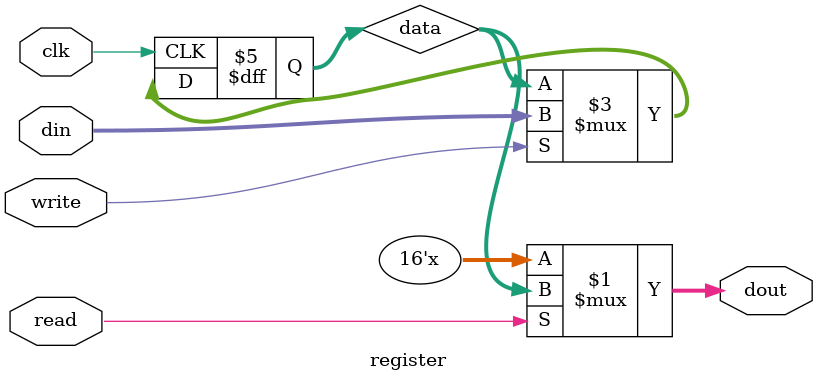
<source format=v>
module register(din, read, write, clk, dout);
    /* Input ports */
    input [15:0] din;
    input read, write, clk;

    /* Output ports */
    output [15:0] dout;

    /* Internal variables */
    reg [15:0] data;
    
    /* If read is high, dout[15:0] will be data[15:0] */
    assign dout = (read)? data : 16'hzzzz;

    /* When there is a positive edge on the clock */
    always @ (posedge clk) 
    begin
        /* Write to register if write is high */
        if(write)
            data <= din;
    end

endmodule
</source>
